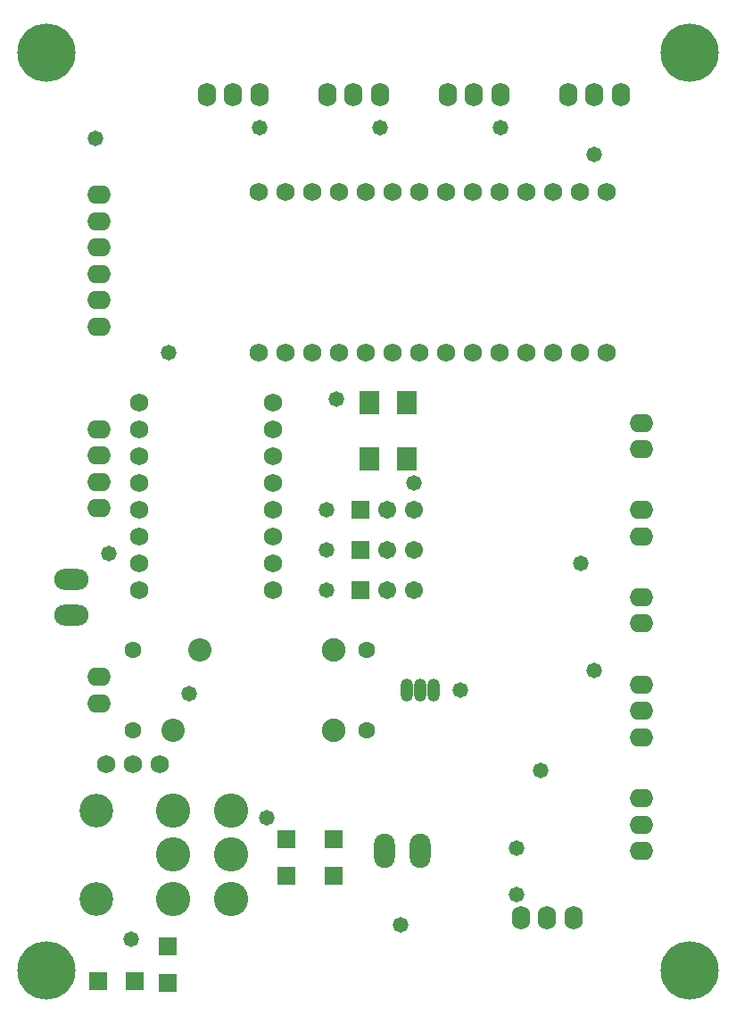
<source format=gts>
G04 Layer_Color=8388736*
%FSLAX25Y25*%
%MOIN*%
G70*
G01*
G75*
%ADD38R,0.07493X0.08674*%
%ADD39R,0.06706X0.06706*%
%ADD40R,0.06706X0.06706*%
%ADD41O,0.06800X0.08800*%
%ADD42O,0.08800X0.06800*%
%ADD43O,0.04737X0.08674*%
%ADD44O,0.04737X0.08674*%
%ADD45C,0.06800*%
%ADD46O,0.12800X0.07800*%
%ADD47C,0.12611*%
%ADD48C,0.12800*%
%ADD49C,0.06706*%
%ADD50C,0.08674*%
%ADD51C,0.08800*%
%ADD52C,0.06312*%
%ADD53C,0.21745*%
%ADD54O,0.07800X0.12800*%
%ADD55C,0.05800*%
D38*
X146437Y202677D02*
D03*
X132264D02*
D03*
Y223937D02*
D03*
X146437D02*
D03*
D39*
X56937Y7047D02*
D03*
Y20827D02*
D03*
X101437Y47047D02*
D03*
Y60827D02*
D03*
X118937Y60827D02*
D03*
Y47047D02*
D03*
D40*
X31047Y7937D02*
D03*
X44827D02*
D03*
X128937Y153937D02*
D03*
Y168937D02*
D03*
Y183937D02*
D03*
D41*
X226279Y338937D02*
D03*
X216437D02*
D03*
X206594D02*
D03*
X181280D02*
D03*
X171437D02*
D03*
X161594D02*
D03*
X136279D02*
D03*
X126437D02*
D03*
X116595D02*
D03*
X91280D02*
D03*
X81437D02*
D03*
X71595D02*
D03*
X208622Y31437D02*
D03*
X198779D02*
D03*
X188937D02*
D03*
D42*
X233937Y206437D02*
D03*
Y216280D02*
D03*
Y173937D02*
D03*
Y183780D02*
D03*
Y141437D02*
D03*
Y151279D02*
D03*
X31437Y252224D02*
D03*
Y262067D02*
D03*
Y271909D02*
D03*
Y281752D02*
D03*
Y291595D02*
D03*
Y301437D02*
D03*
Y213937D02*
D03*
Y204095D02*
D03*
Y194252D02*
D03*
Y184409D02*
D03*
Y121437D02*
D03*
Y111594D02*
D03*
X233937Y76122D02*
D03*
Y66280D02*
D03*
Y56437D02*
D03*
Y118622D02*
D03*
Y108780D02*
D03*
Y98937D02*
D03*
D43*
X156437Y116437D02*
D03*
D44*
X151437D02*
D03*
X146437D02*
D03*
D45*
X46437Y153937D02*
D03*
Y163937D02*
D03*
Y173937D02*
D03*
Y183937D02*
D03*
Y193937D02*
D03*
Y203937D02*
D03*
Y213937D02*
D03*
Y223937D02*
D03*
X96437D02*
D03*
Y213937D02*
D03*
Y203937D02*
D03*
Y193937D02*
D03*
Y183937D02*
D03*
Y173937D02*
D03*
Y163937D02*
D03*
Y153937D02*
D03*
X43937Y88937D02*
D03*
X33937D02*
D03*
X53937D02*
D03*
X90921Y242500D02*
D03*
Y302500D02*
D03*
X100921D02*
D03*
X110921D02*
D03*
X120921D02*
D03*
X130921D02*
D03*
X140921D02*
D03*
X150921D02*
D03*
X160921D02*
D03*
X170921D02*
D03*
X180921D02*
D03*
X190921D02*
D03*
X200921D02*
D03*
X210921D02*
D03*
X220921D02*
D03*
Y242500D02*
D03*
X210921D02*
D03*
X200921D02*
D03*
X190921D02*
D03*
X180921D02*
D03*
X170921D02*
D03*
X160921D02*
D03*
X150921D02*
D03*
X140921D02*
D03*
X130921D02*
D03*
X120921D02*
D03*
X110921D02*
D03*
X100921D02*
D03*
D46*
X20937Y157823D02*
D03*
Y144437D02*
D03*
D47*
X30315Y38583D02*
D03*
Y71653D02*
D03*
D48*
X80709D02*
D03*
Y38583D02*
D03*
X59055D02*
D03*
Y55118D02*
D03*
Y71653D02*
D03*
X80709Y55118D02*
D03*
D49*
X138937Y153937D02*
D03*
X148937D02*
D03*
X138937Y168937D02*
D03*
X148937D02*
D03*
X138937Y183937D02*
D03*
X148937D02*
D03*
D50*
X58937Y101437D02*
D03*
X68937Y131437D02*
D03*
D51*
X118937D02*
D03*
Y101437D02*
D03*
D52*
X131437Y131437D02*
D03*
Y101437D02*
D03*
X43937Y131437D02*
D03*
Y101437D02*
D03*
D53*
X251969Y11811D02*
D03*
X11811D02*
D03*
X251969Y354331D02*
D03*
X11811D02*
D03*
D54*
X138051Y56437D02*
D03*
X151437D02*
D03*
D55*
X187500Y57500D02*
D03*
Y40000D02*
D03*
X120000Y225000D02*
D03*
X30000Y322500D02*
D03*
X93937Y68937D02*
D03*
X43307Y23622D02*
D03*
X216437Y123937D02*
D03*
X143937Y28937D02*
D03*
X91437Y326437D02*
D03*
X136437D02*
D03*
X181437D02*
D03*
X216437Y316437D02*
D03*
X148937Y193937D02*
D03*
X116437Y183937D02*
D03*
Y168937D02*
D03*
Y153937D02*
D03*
X166437Y116437D02*
D03*
X211437Y163937D02*
D03*
X196437Y86437D02*
D03*
X65000Y115000D02*
D03*
X35000Y167500D02*
D03*
X57500Y242500D02*
D03*
M02*

</source>
